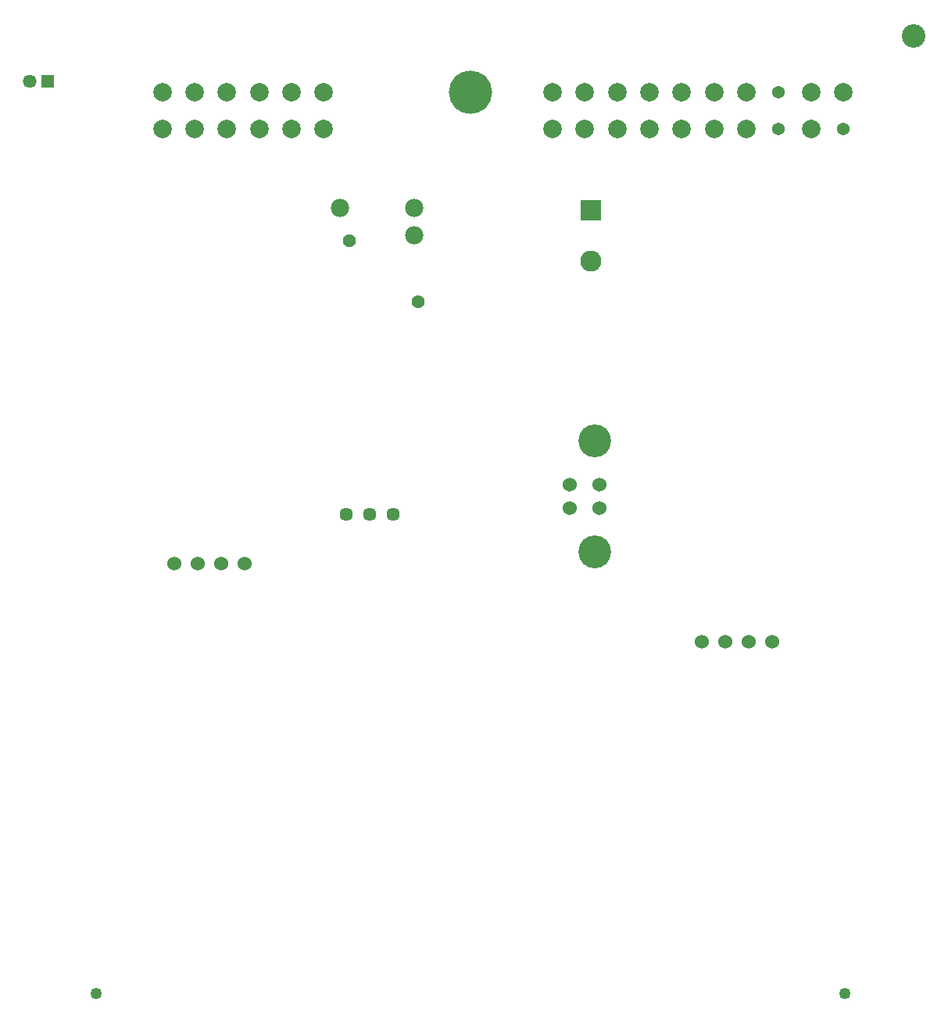
<source format=gbs>
G04 #@! TF.GenerationSoftware,KiCad,Pcbnew,(5.1.6-0-10_14)*
G04 #@! TF.CreationDate,2021-12-23T16:17:06+01:00*
G04 #@! TF.ProjectId,CHAdeMO_V2.0,43484164-654d-44f5-9f56-322e302e6b69,rev?*
G04 #@! TF.SameCoordinates,Original*
G04 #@! TF.FileFunction,Soldermask,Bot*
G04 #@! TF.FilePolarity,Negative*
%FSLAX46Y46*%
G04 Gerber Fmt 4.6, Leading zero omitted, Abs format (unit mm)*
G04 Created by KiCad (PCBNEW (5.1.6-0-10_14)) date 2021-12-23 16:17:06*
%MOMM*%
%LPD*%
G01*
G04 APERTURE LIST*
%ADD10C,1.975000*%
%ADD11C,1.433000*%
%ADD12C,1.450000*%
%ADD13C,4.675000*%
%ADD14C,2.005000*%
%ADD15C,1.370000*%
%ADD16C,1.468000*%
%ADD17R,1.468000X1.468000*%
%ADD18C,2.275000*%
%ADD19R,2.275000X2.275000*%
%ADD20C,2.552000*%
%ADD21C,1.252000*%
%ADD22C,1.530000*%
%ADD23C,3.550000*%
%ADD24C,1.531000*%
G04 APERTURE END LIST*
D10*
G04 #@! TO.C,K1*
X93868000Y-65541600D03*
X85868000Y-62541600D03*
X93868000Y-62541600D03*
D11*
X94368000Y-72741600D03*
X86868000Y-66141600D03*
G04 #@! TD*
D12*
G04 #@! TO.C,PS3*
X86563200Y-95707200D03*
X89103200Y-95707200D03*
X91643200Y-95707200D03*
G04 #@! TD*
D13*
G04 #@! TO.C,J2*
X100000000Y-50000000D03*
D14*
X108890000Y-50000000D03*
X112390000Y-50000000D03*
X115890000Y-50000000D03*
X119390000Y-50000000D03*
X122890000Y-50000000D03*
X126390000Y-50000000D03*
X129890000Y-50000000D03*
D15*
X133390000Y-50000000D03*
D14*
X136890000Y-50000000D03*
X140390000Y-50000000D03*
X108890000Y-54000000D03*
X112390000Y-54000000D03*
X115890000Y-54000000D03*
X119390000Y-54000000D03*
X122890000Y-54000000D03*
X126390000Y-54000000D03*
X129890000Y-54000000D03*
D15*
X133390000Y-54000000D03*
D14*
X136890000Y-54000000D03*
D15*
X140390000Y-54000000D03*
D14*
X66620000Y-50000000D03*
X70120000Y-50000000D03*
X73620000Y-50000000D03*
X77120000Y-50000000D03*
X80620000Y-50000000D03*
X84120000Y-50000000D03*
X66620000Y-54000000D03*
X70120000Y-54000000D03*
X73620000Y-54000000D03*
X77120000Y-54000000D03*
X80620000Y-54000000D03*
X84120000Y-54000000D03*
G04 #@! TD*
D16*
G04 #@! TO.C,J4*
X52213000Y-48810000D03*
D17*
X54213000Y-48810000D03*
G04 #@! TD*
D18*
G04 #@! TO.C,J3*
X113030000Y-68339600D03*
D19*
X113030000Y-62839600D03*
G04 #@! TD*
D20*
G04 #@! TO.C,H1*
X148000000Y-43920000D03*
G04 #@! TD*
D21*
G04 #@! TO.C,H3*
X59450000Y-147670000D03*
G04 #@! TD*
G04 #@! TO.C,H2*
X140550000Y-147670000D03*
G04 #@! TD*
D22*
G04 #@! TO.C,PS1*
X132689600Y-109524800D03*
X130149600Y-109524800D03*
X127609600Y-109524800D03*
X125069600Y-109524800D03*
G04 #@! TD*
G04 #@! TO.C,PS2*
X67945000Y-101092000D03*
X70485000Y-101092000D03*
X73025000Y-101092000D03*
X75565000Y-101092000D03*
G04 #@! TD*
D23*
G04 #@! TO.C,J1*
X113479400Y-87762200D03*
X113479400Y-99802200D03*
D24*
X113969400Y-92532200D03*
X113969400Y-95032200D03*
X110769400Y-95032200D03*
X110769400Y-92532200D03*
G04 #@! TD*
M02*

</source>
